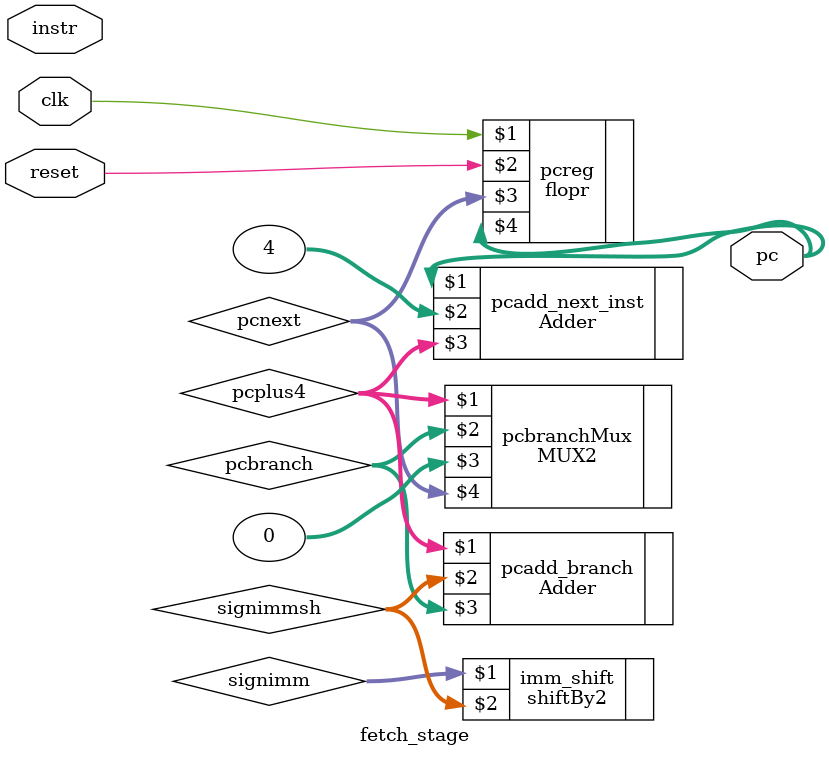
<source format=v>
module fetch_stage (input clk, reset,
	input [31:0] instr,
	output [31:0] pc,
	);
	
	//FETCH LOGIC	  
	wire [31:0] pcnext, pcplus4, pcbranch;
	wire [31:0] signimm, signimmsh;		
	wire [31:0] RD;
	
	flopr #(32) pcreg(clk, reset, pcnext, pc);
	Adder		pcadd_next_inst(pc,32'b100, pcplus4);
	shiftBy2 	imm_shift(signimm, signimmsh); 
	Adder 		pcadd_branch(pcplus4, signimmsh, pcbranch);
	MUX2 #(32)	pcbranchMux(pcplus4, pcbranch, 0, pcnext); //pcsrc = 0 	
endmodule

</source>
